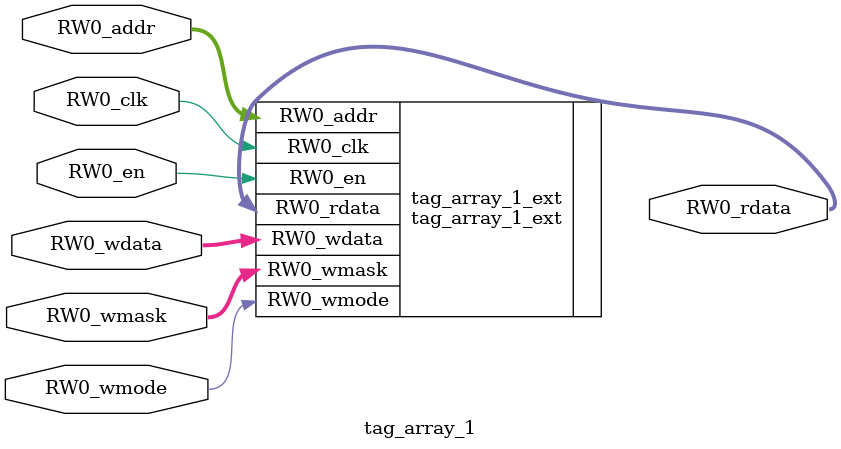
<source format=sv>
`ifndef RANDOMIZE
  `ifdef RANDOMIZE_MEM_INIT
    `define RANDOMIZE
  `endif // RANDOMIZE_MEM_INIT
`endif // not def RANDOMIZE
`ifndef RANDOMIZE
  `ifdef RANDOMIZE_REG_INIT
    `define RANDOMIZE
  `endif // RANDOMIZE_REG_INIT
`endif // not def RANDOMIZE

`ifndef RANDOM
  `define RANDOM $random
`endif // not def RANDOM

// Users can define INIT_RANDOM as general code that gets injected into the
// initializer block for modules with registers.
`ifndef INIT_RANDOM
  `define INIT_RANDOM
`endif // not def INIT_RANDOM

// If using random initialization, you can also define RANDOMIZE_DELAY to
// customize the delay used, otherwise 0.002 is used.
`ifndef RANDOMIZE_DELAY
  `define RANDOMIZE_DELAY 0.002
`endif // not def RANDOMIZE_DELAY

// Define INIT_RANDOM_PROLOG_ for use in our modules below.
`ifndef INIT_RANDOM_PROLOG_
  `ifdef RANDOMIZE
    `ifdef VERILATOR
      `define INIT_RANDOM_PROLOG_ `INIT_RANDOM
    `else  // VERILATOR
      `define INIT_RANDOM_PROLOG_ `INIT_RANDOM #`RANDOMIZE_DELAY begin end
    `endif // VERILATOR
  `else  // RANDOMIZE
    `define INIT_RANDOM_PROLOG_
  `endif // RANDOMIZE
`endif // not def INIT_RANDOM_PROLOG_

// Include register initializers in init blocks unless synthesis is set
`ifndef SYNTHESIS
  `ifndef ENABLE_INITIAL_REG_
    `define ENABLE_INITIAL_REG_
  `endif // not def ENABLE_INITIAL_REG_
`endif // not def SYNTHESIS

// Include rmemory initializers in init blocks unless synthesis is set
`ifndef SYNTHESIS
  `ifndef ENABLE_INITIAL_MEM_
    `define ENABLE_INITIAL_MEM_
  `endif // not def ENABLE_INITIAL_MEM_
`endif // not def SYNTHESIS

// Standard header to adapt well known macros for prints and assertions.

// Users can define 'PRINTF_COND' to add an extra gate to prints.
`ifndef PRINTF_COND_
  `ifdef PRINTF_COND
    `define PRINTF_COND_ (`PRINTF_COND)
  `else  // PRINTF_COND
    `define PRINTF_COND_ 1
  `endif // PRINTF_COND
`endif // not def PRINTF_COND_

// Users can define 'ASSERT_VERBOSE_COND' to add an extra gate to assert error printing.
`ifndef ASSERT_VERBOSE_COND_
  `ifdef ASSERT_VERBOSE_COND
    `define ASSERT_VERBOSE_COND_ (`ASSERT_VERBOSE_COND)
  `else  // ASSERT_VERBOSE_COND
    `define ASSERT_VERBOSE_COND_ 1
  `endif // ASSERT_VERBOSE_COND
`endif // not def ASSERT_VERBOSE_COND_

// Users can define 'STOP_COND' to add an extra gate to stop conditions.
`ifndef STOP_COND_
  `ifdef STOP_COND
    `define STOP_COND_ (`STOP_COND)
  `else  // STOP_COND
    `define STOP_COND_ 1
  `endif // STOP_COND
`endif // not def STOP_COND_

module tag_array_1(	// @[generators/boom/src/main/scala/ifu/icache.scala:154:30]
  input  [5:0]   RW0_addr,
  input          RW0_en,
                 RW0_clk,
                 RW0_wmode,
  input  [159:0] RW0_wdata,
  output [159:0] RW0_rdata,
  input  [7:0]   RW0_wmask
);

  tag_array_1_ext tag_array_1_ext (	// @[generators/boom/src/main/scala/ifu/icache.scala:154:30]
    .RW0_addr  (RW0_addr),
    .RW0_en    (RW0_en),
    .RW0_clk   (RW0_clk),
    .RW0_wmode (RW0_wmode),
    .RW0_wdata (RW0_wdata),
    .RW0_rdata (RW0_rdata),
    .RW0_wmask (RW0_wmask)
  );
endmodule


</source>
